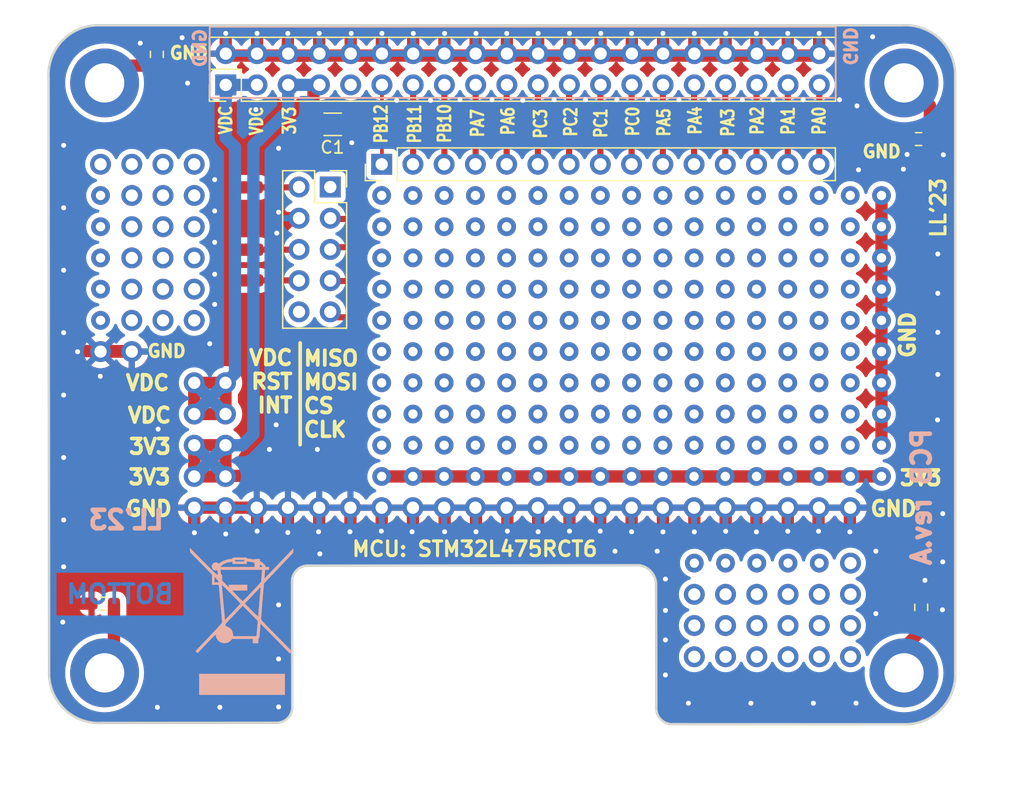
<source format=kicad_pcb>
(kicad_pcb (version 20221018) (generator pcbnew)
  (layers (0 "F.Cu" signal) (31 "B.Cu" signal) (34 "B.Paste" user) (35 "F.Paste" user) (36 "B.SilkS" user "B.Silkscreen") (37 "F.SilkS" user "F.Silkscreen") (38 "B.Mask" user) (39 "F.Mask" user) (44 "Edge.Cuts" user))
  (net 0 "")
  (net 1 "GND")
  (net 2 "+3V3")
  (net 4 "Net-(H3-Pad1)")
  (net 5 "Net-(H4-Pad1)")
  (net 7 "PA0")
  (net 8 "Net-(H5-Pad1)")
  (net 9 "PA6")
  (net 10 "PA7")
  (net 11 "PA4")
  (net 12 "PA5")
  (net 13 "Net-(H6-Pad1)")
  (net 14 "+VDC")
  (net 15 "PA2")
  (net 16 "PA3")
  (net 17 "PA1")
  (net 18 "PC3")
  (net 19 "PC2")
  (net 20 "PC1")
  (net 21 "PC0")
  (net 22 "PB12")
  (net 23 "PB11")
  (net 24 "PB10")
  (net 25 "Net-(J5-Pin_3)")
  (net 26 "Net-(J5-Pin_5)")
  (net 27 "Net-(J10-Pin_1)")
  (net 28 "Net-(J11-Pin_1)")
  (net 29 "Net-(J13-Pin_1)")
  (net 30 "Net-(J14-Pin_1)")
  (net 32 "Net-(J5-Pin_2)")
  (footprint "Resistor_SMD:R_0603_1608Metric_Pad0.98x0.95mm_HandSolder" (layer "F.Cu") (at 137.7 96.625 -90)
    (fp_text reference "R20" hide)
    (fp_text value "0" hide)
  )
  (footprint "Connector_PinHeader_2.54mm:PinHeader_2x05_P2.54mm_Vertical" (layer "F.Cu") (at 78.59 78.355)
    (fp_text reference "J4" hide)
    (fp_text value "Conn_02x05_Odd_Even" hide)
  )
  (footprint "stm32L475daughter:Protopad-grid-4x6" (layer "F.Cu") (at 124.33 105.725)
    (fp_text reference "REF**" hide)
    (fp_text value "Protopad-grid-4x6")
  )
  (footprint "Connector_Wire:SolderWirePad_1x01_SMD_1x2mm" (layer "F.Cu") (at 92.075 73.025 180)
    (fp_text reference "J11" hide)
    (fp_text value "CLK" hide)
  )
  (footprint "Connector_Wire:SolderWirePad_1x01_SMD_1x2mm" (layer "F.Cu") (at 83.2 70.025 90)
    (fp_text reference "J14" hide)
    (fp_text value "INT" hide)
  )
  (footprint "Resistor_SMD:R_0603_1608Metric_Pad0.98x0.95mm_HandSolder" (layer "F.Cu") (at 137.4875 58.525)
    (fp_text reference "R19" hide)
    (fp_text value "0" hide)
  )
  (footprint "Connector_Wire:SolderWirePad_1x01_SMD_1x2mm" (layer "F.Cu") (at 91.5 85.925 90)
    (fp_text reference "J2" hide)
    (fp_text value "3v3-pin" hide)
  )
  (footprint "Connector_PinHeader_2.54mm:PinHeader_1x20_P2.54mm_Vertical" (layer "F.Cu") (at 83.67 88.515 90)
    (fp_text reference "J1" hide)
    (fp_text value "Conn_01x20_Pin" hide)
  )
  (footprint "Connector_PinSocket_2.54mm:PinSocket_2x05_P2.54mm_Vertical" (layer "F.Cu") (at 89.65 62.425)
    (fp_text reference "J5" hide)
    (fp_text value "W5500_ETHERNET" hide)
  )
  (footprint "Resistor_SMD:R_0603_1608Metric_Pad0.98x0.95mm_HandSolder" (layer "F.Cu") (at 75.55 51.6375 -90)
    (fp_text reference "R18" hide)
    (fp_text value "0" hide)
  )
  (footprint "MountingHole:MountingHole_3.2mm_M3_DIN965_Pad_TopBottom" (layer "F.Cu") (at 71.3 101.955)
    (fp_text reference "H3" hide)
    (fp_text value "MountingHole_Pad" hide)
  )
  (footprint "Connector_Wire:SolderWirePad_1x01_SMD_1x2mm" (layer "F.Cu") (at 92.05 70.075 180)
    (fp_text reference "J10" hide)
    (fp_text value "CS")
  )
  (footprint "Connector_PinHeader_2.54mm:PinHeader_1x15_P2.54mm_Vertical" (layer "F.Cu") (at 93.83 60.575 90)
    (fp_text reference "J3" hide)
    (fp_text value "Conn_01x15_Pin" hide)
  )
  (footprint "MountingHole:MountingHole_3.2mm_M3_DIN965_Pad_TopBottom" (layer "F.Cu") (at 136.3 101.955)
    (fp_text reference "H6" hide)
    (fp_text value "MountingHole_Pad" hide)
  )
  (footprint "stm32L475daughter:Protopad-grid-2x20" (layer "F.Cu") (at 144.63 75.815 90)
    (fp_text reference "REF**" hide)
    (fp_text value "Protopad-grid-2x20")
  )
  (footprint "Connector_Wire:SolderWirePad_1x01_SMD_1x2mm" (layer "F.Cu") (at 83.16 62.455 90)
    (fp_text reference "J7" hide)
    (fp_text value "VDC")
  )
  (footprint "stm32L475daughter:Protopad-grid-5x20" (layer "F.Cu") (at 131.93 75.815 90)
    (fp_text reference "REF**" hide)
    (fp_text value "Protopad-grid-5x20" hide)
  )
  (footprint "Capacitor_SMD:C_1206_3216Metric_Pad1.33x1.80mm_HandSolder" (layer "F.Cu") (at 89.85 57.325)
    (fp_text reference "C1")
    (fp_text value "100nF" hide)
  )
  (footprint "stm32L475daughter:Protopad-grid-5x20" (layer "F.Cu") (at 119.23 75.815 90)
    (fp_text reference "REF**" hide)
    (fp_text value "Protopad-grid-5x20" hide)
  )
  (footprint "MountingHole:MountingHole_3.2mm_M3_DIN965_Pad_TopBottom" (layer "F.Cu") (at 71.3 53.955)
    (fp_text reference "H4" hide)
    (fp_text value "MountingHole_Pad" hide)
  )
  (footprint "Connector_Wire:SolderWirePad_1x01_SMD_1x2mm" (layer "F.Cu") (at 92.05 64.575 180)
    (fp_text reference "J8" hide)
    (fp_text value "MISO")
  )
  (footprint "Connector_Wire:SolderWirePad_1x01_SMD_1x2mm" (layer "F.Cu") (at 134.45 61.025 -90)
    (fp_text reference "J6" hide)
    (fp_text value "gndpin" hide)
  )
  (footprint "stm32L475daughter:Protopad-grid-4x6" (layer "F.Cu") (at 83.67 68.195 90)
    (fp_text reference "REF**" hide)
    (fp_text value "Protopad-grid-4x6" hide)
  )
  (footprint "Connector_PinHeader_2.54mm:PinHeader_2x20_P2.54mm_Vertical" (layer "F.Cu") (at 81.15 54.115 90)
    (fp_text reference "J16" hide)
    (fp_text value "Conn_02x20_Odd_Even" hide)
  )
  (footprint "MountingHole:MountingHole_3.2mm_M3_DIN965_Pad_TopBottom" (layer "F.Cu") (at 136.3 53.955)
    (fp_text reference "H5" hide)
    (fp_text value "MountingHole_Pad" hide)
  )
  (footprint "stm32L475daughter:Protopad-grid-5x20" (layer "F.Cu") (at 106.53 75.815 90)
    (fp_text reference "REF**" hide)
    (fp_text value "Protopad-grid-5x20" hide)
  )
  (footprint "Connector_Wire:SolderWirePad_1x01_SMD_1x2mm" (layer "F.Cu") (at 83.2 67.525 90)
    (fp_text reference "J13" hide)
    (fp_text value "RST" hide)
  )
  (footprint "Connector_Wire:SolderWirePad_1x01_SMD_1x2mm" (layer "F.Cu") (at 92.05 67.325 180)
    (fp_text reference "J9" hide)
    (fp_text value "MOSI")
  )
  (footprint "Connector_PinHeader_2.54mm:PinHeader_1x02_P2.54mm_Vertical" (layer "F.Cu") (at 70.97 75.815 90)
    (fp_text reference "J15" hide)
    (fp_text value "Conn_01x02_Pin")
  )
  (footprint "Resistor_SMD:R_0603_1608Metric_Pad0.98x0.95mm_HandSolder" (layer "F.Cu") (at 71.15 96.325)
    (fp_text reference "R17" hide)
    (fp_text value "0" hide)
  )
  (footprint "Symbol:WEEE-Logo_8.4x12mm_SilkScreen" (layer "B.Cu") (at 82.45 97.775 180)
    (fp_text reference "REF**" hide)
    (fp_text value "WEEE-Logo_8.4x12mm_SilkScreen" hide)
  )
  (gr_rect (start 79.85 49.385) (end 130.75 55.175) (stroke (width 0.15)) (fill none) (layer "B.SilkS"))
  (gr_line (start 87.2 75.1125) (end 87.2 83.3875) (stroke (width 0.3)) (layer "F.SilkS"))
  (gr_line (start 116.162814 104.7345) (end 116.14051 94.723706) (stroke (width 0.2)) (layer "Edge.Cuts"))
  (gr_line (start 70.842025 49.266103) (end 136.151966 49.269932) (stroke (width 0.2)) (layer "Edge.Cuts"))
  (gr_arc (start 136.151966 49.269932) (mid 139.2 50.375) (end 140.460863 53.361957) (stroke (width 0.2)) (layer "Edge.Cuts"))
  (gr_arc (start 66.75 53.575) (mid 67.855068 50.526966) (end 70.842025 49.266103) (stroke (width 0.2)) (layer "Edge.Cuts"))
  (gr_line (start 117.55 106.125) (end 136.363043 106.135863) (stroke (width 0.2)) (layer "Edge.Cuts"))
  (gr_line (start 87.740065 93.231293) (end 114.742045 93.195295) (stroke (width 0.2)) (layer "Edge.Cuts"))
  (gr_arc (start 117.55 106.124999) (mid 116.536097 105.749296) (end 116.162814 104.7345) (stroke (width 0.2)) (layer "Edge.Cuts"))
  (gr_line (start 86.561152 104.630397) (end 86.538848 94.619603) (stroke (width 0.2)) (layer "Edge.Cuts"))
  (gr_arc (start 71.098034 106.030068) (mid 68.05 104.925) (end 66.789137 101.938043) (stroke (width 0.2)) (layer "Edge.Cuts"))
  (gr_line (start 140.455068 101.826966) (end 140.460863 53.361957) (stroke (width 0.2)) (layer "Edge.Cuts"))
  (gr_arc (start 86.538848 94.619603) (mid 86.85 93.675) (end 87.740065 93.231293) (stroke (width 0.2)) (layer "Edge.Cuts"))
  (gr_arc (start 114.742045 93.195295) (mid 115.724046 93.700773) (end 116.140509 94.723706) (stroke (width 0.2)) (layer "Edge.Cuts"))
  (gr_line (start 71.098034 106.030068) (end 85.359935 106.018707) (stroke (width 0.2)) (layer "Edge.Cuts"))
  (gr_line (start 66.789137 101.938043) (end 66.75 53.575) (stroke (width 0.2)) (layer "Edge.Cuts"))
  (gr_arc (start 140.455068 101.826966) (mid 139.35 104.875) (end 136.363043 106.135863) (stroke (width 0.2)) (layer "Edge.Cuts"))
  (gr_arc (start 86.561152 104.630397) (mid 86.25 105.575) (end 85.359935 106.018707) (stroke (width 0.2)) (layer "Edge.Cuts"))
  (gr_text "TOP" (at 74.375 57.9) (layer "F.Cu") (effects (font (size 1.5 1.5) (thickness 0.3) bold) (justify left bottom)))
  (gr_text "BOTTOM" (at 72.55 95.55) (layer "B.Cu") (effects (font (size 1.5 1.5) (thickness 0.3)) (justify mirror)))
  (gr_text "GND" (at 79.05 51.125 90) (layer "B.SilkS") (effects (font (size 1 1) (thickness 0.25)) (justify mirror)))
  (gr_text "LL'23" (at 73.05 89.515) (layer "B.SilkS") (effects (font (size 1.5 1.5) (thickness 0.375)) (justify mirror)))
  (gr_text "PCB rev.A" (at 138.6 81.895 90) (layer "B.SilkS") (effects (font (size 1.5 1.5) (thickness 0.375) bold) (justify left bottom mirror)))
  (gr_text "GND" (at 131.9 50.975 -90) (layer "B.SilkS") (effects (font (size 1 1) (thickness 0.25)) (justify mirror)))
  (gr_text "GND" (at 76.35 75.775) (layer "F.SilkS") (effects (font (size 1 1) (thickness 0.25) bold)))
  (gr_text "3V3" (at 74.99 83.545) (layer "F.SilkS") (effects (font (size 1.2 1.2) (thickness 0.3) bold)))
  (gr_text "MCU: STM32L475RCT6" (at 101.4 91.875) (layer "F.SilkS") (effects (font (size 1.2 1.2) (thickness 0.25))))
  (gr_text "PB10" (at 98.94 57.255 90) (layer "F.SilkS") (effects (font (size 1 0.8) (thickness 0.2))))
  (gr_text "PC2" (at 109.21 57.115 90) (layer "F.SilkS") (effects (font (size 1 0.8) (thickness 0.2))))
  (gr_text "PA7" (at 101.63 57.225 90) (layer "F.SilkS") (effects (font (size 1 0.8) (thickness 0.2))))
  (gr_text "PB11" (at 96.51 57.285 90) (layer "F.SilkS") (effects (font (size 1 0.8) (thickness 0.2))))
  (gr_text "PC0" (at 114.25 57.085 90) (layer "F.SilkS") (effects (font (size 1 0.8) (thickness 0.2))))
  (gr_text "3V3" (at 86.33 57.015 90) (layer "F.SilkS") (effects (font (size 1 0.8) (thickness 0.2))))
  (gr_text "3V3" (at 135.81 86.805) (layer "F.SilkS") (effects (font (size 1.2 1.2) (thickness 0.3) bold) (justify left bottom)))
  (gr_text "PA0" (at 129.399541 57.034541 90) (layer "F.SilkS") (effects (font (size 1 0.8) (thickness 0.2))))
  (gr_text "GND" (at 78.15 51.525) (layer "F.SilkS") (effects (font (size 1 1) (thickness 0.25))))
  (gr_text "VDC" (at 83.65 57.05 90) (layer "F.SilkS") (effects (font (size 1 0.8) (thickness 0.2))))
  (gr_text "LL'23" (at 139.09 64.115 90) (layer "F.SilkS") (effects (font (size 1.2 1.2) (thickness 0.25))))
  (gr_text "PA2" (at 124.36 57.025 90) (layer "F.SilkS") (effects (font (size 1 0.8) (thickness 0.2))))
  (gr_text "PA4" (at 119.32 57.015 90) (layer "F.SilkS") (effects (font (size 1 0.8) (thickness 0.2))))
  (gr_text "GND" (at 135.45 88.605) (layer "F.SilkS") (effects (font (size 1.2 1.2) (thickness 0.3) bold)))
  (gr_text "PA3" (at 121.979541 57.174541 90) (layer "F.SilkS") (effects (font (size 1 0.8) (thickness 0.2))))
  (gr_text "GND" (at 132.8 60.125) (layer "F.SilkS") (effects (font (size 1 1) (thickness 0.25) bold) (justify left bottom)))
  (gr_text "PA1" (at 126.879541 57.034541 90) (layer "F.SilkS") (effects (font (size 1 0.8) (thickness 0.2))))
  (gr_text "GND" (at 136.59 74.455 90) (layer "F.SilkS") (effects (font (size 1.2 1.2) (thickness 0.3) bold)))
  (gr_text "PA5" (at 116.779541 57.164541 90) (layer "F.SilkS") (effects (font (size 1 0.8) (thickness 0.2))))
  (gr_text "VDC" (at 74.79 78.365) (layer "F.SilkS") (effects (font (size 1.2 1.2) (thickness 0.3) bold)))
  (gr_text "PB12" (at 93.78 57.285 90) (layer "F.SilkS") (effects (font (size 1 0.8) (thickness 0.2))))
  (gr_text "3V3" (at 74.95 86.025) (layer "F.SilkS") (effects (font (size 1.2 1.2) (thickness 0.3) bold)))
  (gr_text "VDC" (at 74.95 81.005) (layer "F.SilkS") (effects (font (size 1.2 1.2) (thickness 0.3) bold)))
  (gr_text "GND" (at 74.89 88.595) (layer "F.SilkS") (effects (font (size 1.2 1.2) (thickness 0.3) bold)))
  (gr_text "VDC" (at 81.15 56.975 90) (layer "F.SilkS") (effects (font (size 1 0.8) (thickness 0.2))))
  (gr_text "VDC\nRST\nINT" (at 86.725 80.8875) (layer "F.SilkS") (effects (font (size 1.2 1.2) (thickness 0.3) bold) (justify right bottom)))
  (gr_text "MISO\nMOSI\nCS\nCLK" (at 87.35 82.8625) (layer "F.SilkS") (effects (font (size 1.2 1.2) (thickness 0.3) bold) (justify left bottom)))
  (gr_text "PC1" (at 111.65 57.225 90) (layer "F.SilkS") (effects (font (size 1 0.8) (thickness 0.2))))
  (gr_text "PA6" (at 104.1 57.055 90) (layer "F.SilkS") (effects (font (size 1 0.8) (thickness 0.2))))
  (gr_text "PC3" (at 106.75 57.275 90) (layer "F.SilkS") (effects (font (size 1 0.8) (thickness 0.2))))
  (segment (start 93.83 85.975) (end 134.47 85.975) (width 1) (layer "F.Cu") (net 0))
  (segment (start 73.51 75.815) (end 73.47 75.775) (width 1) (layer "F.Cu") (net 1))
  (segment (start 126.85 49.925) (end 126.85 51.715) (width 1) (layer "F.Cu") (net 1))
  (segment (start 136.55 59.775) (end 136.55 58.55) (width 1) (layer "F.Cu") (net 1))
  (segment (start 68.725 96.325) (end 68.6 96.45) (width 1) (layer "F.Cu") (net 1))
  (segment (start 67.9 97.825) (end 67.9 97.15) (width 1) (layer "F.Cu") (net 1))
  (segment (start 124.3 51.705) (end 124.33 51.735) (width 1) (layer "F.Cu") (net 1))
  (segment (start 98.93 51.735) (end 98.93 49.945) (width 1) (layer "F.Cu") (net 1))
  (segment (start 88.75 90.425) (end 88.75 88.565) (width 1) (layer "F.Cu") (net 1))
  (segment (start 78.59 88.515) (end 81.13 88.515) (width 1) (layer "F.Cu") (net 1))
  (segment (start 81.13 88.515) (end 81.13 90.635) (width 1) (layer "F.Cu") (net 1))
  (segment (start 129.35 88.555) (end 129.39 88.515) (width 1) (layer "F.Cu") (net 1))
  (segment (start 83.7 51.725) (end 83.69 51.735) (width 1) (layer "F.Cu") (net 1))
  (segment (start 116.71 51.735) (end 116.71 49.935) (width 1) (layer "F.Cu") (net 1))
  (segment (start 87.75 51.735) (end 85.79 51.735) (width 1) (layer "F.Cu") (net 1))
  (segment (start 129.35 90.435) (end 129.35 88.555) (width 1) (layer "F.Cu") (net 1))
  (segment (start 91.4125 58.8125) (end 91.4 58.825) (width 1) (layer "F.Cu") (net 1))
  (segment (start 88.75 88.565) (end 88.7 88.515) (width 1) (layer "F.Cu") (net 1))
  (segment (start 96.37 88.585) (end 96.3 88.515) (width 1) (layer "F.Cu") (net 1))
  (segment (start 83.7 90.425) (end 83.7 88.435) (width 1) (layer "F.Cu") (net 1))
  (segment (start 131.9 90.485) (end 131.9 88.545) (width 1) (layer "F.Cu") (net 1))
  (segment (start 78.59 88.515) (end 78.59 90.545) (width 1) (layer "F.Cu") (net 1))
  (segment (start 114.17 51.735) (end 114.17 49.945) (width 1) (layer "F.Cu") (net 1))
  (segment (start 96.39 51.735) (end 96.39 49.935) (width 1) (layer "F.Cu") (net 1))
  (segment (start 121.8 51.725) (end 121.79 51.735) (width 1) (layer "F.Cu") (net 1))
  (segment (start 70.2375 96.325) (end 68.725 96.325) (width 1) (layer "F.Cu") (net 1))
  (segment (start 93.85 49.925) (end 93.85 51.735) (width 1) (layer "F.Cu") (net 1))
  (segment (start 88.75 49.925) (end 88.75 51.715) (width 1) (layer "F.Cu") (net 1))
  (segment (start 88.7 90.475) (end 88.75 90.425) (width 1) (layer "F.Cu") (net 1))
  (segment (start 86.51 64.965) (end 85.3 66.175) (width 1) (layer "F.Cu") (net 1))
  (segment (start 109.09 49.935) (end 109.1 49.925) (width 1) (layer "F.Cu") (net 1))
  (segment (start 104.05 90.425) (end 104.05 88.535) (width 1) (layer "F.Cu") (net 1))
  (segment (start 111.6 90.425) (end 111.6 88.545) (width 1) (layer "F.Cu") (net 1))
  (segment (start 78.47125 88.515) (end 78.56125 88.605) (width 1) (layer "F.Cu") (net 1))
  (segment (start 106.55 90.475) (end 106.55 88.515) (width 1) (layer "F.Cu") (net 1))
  (segment (start 101.5 90.475) (end 101.5 88.525) (width 1) (layer "F.Cu") (net 1))
  (segment (start 106.55 51.735) (end 106.55 49.925) (width 1) (layer "F.Cu") (net 1))
  (segment (start 69.15 75.775) (end 69.1 75.825) (width 1) (layer "F.Cu") (net 1))
  (segment (start 96.3 90.475) (end 96.37 90.405) (width 1) (layer "F.Cu") (net 1))
  (segment (start 119.25 51.735) (end 119.25 49.925) (width 1) (layer "F.Cu") (net 1))
  (segment (start 121.8 49.925) (end 121.8 51.725) (width 1) (layer "F.Cu") (net 1))
  (segment (start 109.09 51.735) (end 109.09 49.935) (width 1) (layer "F.Cu") (net 1))
  (segment (start 98.95 90.475) (end 98.95 88.515) (width 1) (layer "F.Cu") (net 1))
  (segment (start 98.93 49.945) (end 98.95 49.925) (width 1) (layer "F.Cu") (net 1))
  (segment (start 129.4 49.925) (end 129.4 51.725) (width 1) (layer "F.Cu") (net 1))
  (segment (start 111.63 51.735) (end 111.63 49.945) (width 1) (layer "F.Cu") (net 1))
  (segment (start 124.3 49.925) (end 124.3 51.705) (width 1) (layer "F.Cu") (net 1))
  (segment (start 86.2 49.925) (end 86.2 51.705) (width 1) (layer "F.Cu") (net 1))
  (segment (start 70.97 75.815) (end 73.51 75.815) (width 1) (layer "F.Cu") (net 1))
  (segment (start 116.7 90.485) (end 116.7 88.525) (width 1) (layer "F.Cu") (net 1))
  (segment (start 85.79 51.735) (end 85.75 51.775) (width 1) (layer "F.Cu") (net 1))
  (segment (start 126.85 51.715) (end 126.87 51.735) (width 1) (layer "F.Cu") (net 1))
  (segment (start 119.25 90.485) (end 119.25 88.535) (width 1) (layer "F.Cu") (net 1))
  (segment (start 75.55 50.725) (end 74.2 50.725) (width 1) (layer "F.Cu") (net 1))
  (segment (start 81.15 51.735) (end 129.41 51.735) (width 1) (layer "F.Cu") (net 1))
  (segment (start 81.13 88.515) (end 83.01 88.515) (width 1) (layer "F.Cu") (net 1))
  (segment (start 114.17 49.945) (end 114.15 49.925) (width 1) (layer "F.Cu") (net 1))
  (segment (start 91.29 90.435) (end 91.29 88.565) (width 1) (layer "F.Cu") (net 1))
  (segment (start 129.4 51.725) (end 129.41 51.735) (width 1) (layer "F.Cu") (net 1))
  (segment (start 126.85 90.435) (end 126.85 88.515) (width 1) (layer "F.Cu") (net 1))
  (segment (start 91.4125 57.325) (end 91.4125 58.8125) (width 1) (layer "F.Cu") (net 1))
  (segment (start 121.8 90.435) (end 121.8 88.545) (width 1) (layer "F.Cu") (net 1))
  (segment (start 96.37 90.405) (end 96.37 88.585) (width 1) (layer "F.Cu") (net 1))
  (segment (start 134.47 83.435) (end 134.47 63.115) (width 1) (layer "F.Cu") (net 1))
  (segment (start 91.29 88.565) (end 91.25 88.525) (width 1) (layer "F.Cu") (net 1))
  (segment (start 96.39 49.935) (end 96.4 49.925) (width 1) (layer "F.Cu") (net 1))
  (segment (start 83.7 49.925) (end 83.7 51.725) (width 1) (layer "F.Cu") (net 1))
  (segment (start 138 94.425) (end 137.7 94.725) (width 1) (layer "F.Cu") (net 1))
  (segment (start 101.47 51.735) (end 101.47 49.955) (width 1) (layer "F.Cu") (net 1))
  (segment (start 78.59 90.545) (end 78.6 90.555) (width 1) (layer "F.Cu") (net 1))
  (segment (start 121.8 88.545) (end 121.77 88.515) (width 1) (layer "F.Cu") (net 1))
  (segment (start 109.1 90.425) (end 109.1 88.505) (width 1) (layer "F.Cu") (net 1))
  (segment (start 93.8 90.425) (end 93.83 90.395) (width 1) (layer "F.Cu") (net 1))
  (segment (start 124.3 88.525) (end 124.31 88.515) (width 1) (layer "F.Cu") (net 1))
  (segment (start 101.47 49.955) (end 101.5 49.925) (width 1) (layer "F.Cu") (net 1))
  (segment (start 136.55 58.55) (end 136.575 58.525) (width 1) (layer "F.Cu") (net 1))
  (segment (start 114.15 90.475) (end 114.15 88.535) (width 1) (layer "F.Cu") (net 1))
  (segment (start 111.63 49.945) (end 111.65 49.925) (width 1) (layer "F.Cu") (net 1))
  (segment (start 86.2 51.705) (end 86.23 51.735) (width 1) (layer "F.Cu") (net 1))
  (segment (start 137.7 94.725) (end 137.7 95.7125) (width 1) (layer "F.Cu") (net 1))
  (segment (start 86.21 90.525) (end 86.21 88.515) (width 1) (layer "F.Cu") (net 1))
  (segment (start 119.25 88.535) (end 119.23 88.515) (width 1) (layer "F.Cu") (net 1))
  (segment (start 67.9 97.15) (end 68.6 96.45) (width 1) (layer "F.Cu") (net 1))
  (segment (start 104.01 49.935) (end 104 49.925) (width 1) (layer "F.Cu") (net 1))
  (segment (start 116.7 88.525) (end 116.69 88.515) (width 1) (layer "F.Cu") (net 1))
  (segment (start 85.94 64.965) (end 87.11 64.965) (width 1) (layer "F.Cu") (net 1))
  (segment (start 81.13 90.635) (end 81.15 90.655) (width 1) (layer "F.Cu") (net 1))
  (segment (start 116.71 49.935) (end 116.7 49.925) (width 1) (layer "F.Cu") (net 1))
  (segment (start 124.3 90.485) (end 124.3 88.525) (width 1) (layer "F.Cu") (net 1))
  (segment (start 81.15 51.735) (end 81.15 49.925) (width 1) (layer "F.Cu") (net 1))
  (segment (start 131.9 88.545) (end 131.93 88.515) (width 1) (layer "F.Cu") (net 1))
  (segment (start 93.83 90.395) (end 93.83 88.565) (width 1) (layer "F.Cu") (net 1))
  (segment (start 88.75 51.715) (end 88.77 51.735) (width 1) (layer "F.Cu") (net 1))
  (segment (start 91.31 51.735) (end 91.31 49.965) (width 1) (layer "F.Cu") (net 1))
  (segment (start 104.01 51.735) (end 104.01 49.935) (width 1) (layer "F.Cu") (net 1))
  (segment (start 83.01 88.515) (end 83.05 88.555) (width 1) (layer "F.Cu") (net 1))
  (segment (start 87.11 64.965) (end 86.51 64.965) (width 1) (layer "F.Cu") (net 1))
  (segment (start 93.83 88.565) (end 93.8 88.535) (width 1) (layer "F.Cu") (net 1))
  (segment (start 85.45 64.475) (end 85.94 64.965) (width 1) (layer "F.Cu") (net 1))
  (segment (start 73.47 75.775) (end 69.15 75.775) (width 1) (layer "F.Cu") (net 1))
  (segment (start 91.31 49.965) (end 91.35 49.925) (width 1) (layer "F.Cu") (net 1))
  (segment (start 91.25 90.475) (end 91.29 90.435) (width 1) (layer "F.Cu") (net 1))
  (segment (start 86.2 90.535) (end 86.21 90.525) (width 1) (layer "F.Cu") (net 1))
  (via (at 109.1 90.425) (size 0.8) (drill 0.4) (layers "F.Cu" "B.Cu") (net 1))
  (via (at 88.8 92.275) (size 0.8) (drill 0.4) (layers "F.Cu" "B.Cu") (net 1))
  (via (at 139.05 77.675) (size 0.8) (drill 0.4) (layers "F.Cu" "B.Cu") (net 1))
  (via (at 109.1 49.925) (size 0.8) (drill 0.4) (layers "F.Cu" "B.Cu") (net 1))
  (via (at 131.05 55.325) (size 0.8) (drill 0.4) (layers "F.Cu" "B.Cu") (net 1))
  (via (at 139.05 74.25) (size 0.8) (drill 0.4) (layers "F.Cu" "B.Cu") (net 1))
  (via (at 139.45 89) (size 0.8) (drill 0.4) (layers "F.Cu" "B.Cu") (net 1))
  (via (at 126.85 90.435) (size 0.8) (drill 0.4) (layers "F.Cu" "B.Cu") (net 1))
  (via (at 91.25 90.475) (size 0.8) (drill 0.4) (layers "F.Cu" "B.Cu") (net 1))
  (via (at 98.95 90.475) (size 0.8) (drill 0.4) (layers "F.Cu" "B.Cu") (net 1))
  (via (at 85.45 104.725) (size 0.8) (drill 0.4) (layers "F.Cu" "B.Cu") (net 1))
  (via (at 83.7 49.925) (size 0.8) (drill 0.4) (layers "F.Cu" "B.Cu") (net 1))
  (via (at 67.97 79.355) (size 0.8) (drill 0.4) (layers "F.Cu" "B.Cu") (net 1))
  (via (at 116.9 102.125) (size 0.8) (drill 0.4) (layers "F.Cu" "B.Cu") (net 1))
  (via (at 67.97 74.275) (size 0.8) (drill 0.4) (layers "F.Cu" "B.Cu") (net 1))
  (via (at 86.2 90.535) (size 0.8) (drill 0.4) (layers "F.Cu" "B.Cu") (net 1))
  (via (at 104 49.925) (size 0.8) (drill 0.4) (layers "F.Cu" "B.Cu") (net 1))
  (via (at 124.3 49.925) (size 0.8) (drill 0.4) (layers "F.Cu" "B.Cu") (net 1))
  (via (at 106.55 49.925) (size 0.8) (drill 0.4) (layers "F.Cu" "B.Cu") (net 1))
  (via (at 136.55 59.775) (size 0.8) (drill 0.4) (layers "F.Cu" "B.Cu") (net 1))
  (via (at 85.25 81.775) (size 0.8) (drill 0.4) (layers "F.Cu" "B.Cu") (net 1))
  (via (at 97.8 55.375) (size 0.8) (drill 0.4) (layers "F.Cu" "B.Cu") (net 1))
  (via (at 139.425 96.825) (size 0.8) (drill 0.4) (layers "F.Cu" "B.Cu") (net 1))
  (via (at 116.7 49.925) (size 0.8) (drill 0.4) (layers "F.Cu" "B.Cu") (net 1))
  (via (at 129.4 49.925) (size 0.8) (drill 0.4) (layers "F.Cu" "B.Cu") (net 1))
  (via (at 134.01 97.135) (size 0.8) (drill 0.4) (layers "F.Cu" "B.Cu") (net 1))
  (via (at 114.15 49.925) (size 0.8) (drill 0.4) (layers "F.Cu" "B.Cu") (net 1))
  (via (at 116.23 92.055) (size 0.8) (drill 0.4) (layers "F.Cu" "B.Cu") (net 1))
  (via (at 85.45 64.475) (size 0.8) (drill 0.4) (layers "F.Cu" "B.Cu") (net 1))
  (via (at 86.2 49.925) (size 0.8) (drill 0.4) (layers "F.Cu" "B.Cu") (net 1))
  (via (at 107.85 55.325) (size 0.8) (drill 0.4) (layers "F.Cu" "B.Cu") (net 1))
  (via (at 81.15 90.655) (size 0.8) (drill 0.4) (layers "F.Cu" "B.Cu") (net 1))
  (via (at 80.25 69.525) (size 0.8) (drill 0.4) (layers "F.Cu" "B.Cu") (net 1))
  (via (at 80.25 61.825) (size 0.8) (drill 0.4) (layers "F.Cu" "B.Cu") (net 1))
  (via (at 91.4 58.825) (size 0.8) (drill 0.4) (layers "F.Cu" "B.Cu") (net 1))
  (via (at 80.25 66.925) (size 0.8) (drill 0.4) (layers "F.Cu" "B.Cu") (net 1))
  (via (at 95.05 55.375) (size 0.8) (drill 0.4) (layers "F.Cu" "B.Cu") (net 1))
  (via (at 78.05 53.975) (size 0.8) (drill 0.4) (layers "F.Cu" "B.Cu") (net 1))
  (via (at 129.35 90.435) (size 0.8) (drill 0.4) (layers "F.Cu" "B.Cu") (net 1))
  (via (at 67.97 64.115) (size 0.8) (drill 0.4) (layers "F.Cu" "B.Cu") (net 1))
  (via (at 132.6 61.025) (size 0.8) (drill 0.4) (layers "F.Cu" "B.Cu") (net 1))
  (via (at 83.6 56.125) (size 0.8) (drill 0.4) (layers "F.Cu" "B.Cu") (net 1))
  (via (at 85.45 96.425) (size 0.8) (drill 0.4) (layers "F.Cu" "B.Cu") (net 1))
  (via (at 85.3 66.175) (size 0.8) (drill 0.4) (layers "F.Cu" "B.Cu") (net 1))
  (via (at 128.93 104.425) (size 0.8) (drill 0.4) (layers "F.Cu" "B.Cu") (net 1))
  (via (at 74.2 50.725) (size 0.8) (drill 0.4) (layers "F.Cu" "B.Cu") (net 1))
  (via (at 101.5 49.925) (size 0.8) (drill 0.4) (layers "F.Cu" "B.Cu") (net 1))
  (via (at 96.3 90.475) (size 0.8) (drill 0.4) (layers "F.Cu" "B.Cu") (net 1))
  (via (at 80.25 64.375) (size 0.8) (drill 0.4) (layers "F.Cu" "B.Cu") (net 1))
  (via (at 126.85 49.925) (size 0.8) (drill 0.4) (layers "F.Cu" "B.Cu") (net 1))
  (via (at 114.15 90.475) (size 0.8) (drill 0.4) (layers "F.Cu" "B.Cu") (net 1))
  (via (at 139.05 67.875) (size 0.8) (drill 0.4) (layers "F.Cu" "B.Cu") (net 1))
  (via (at 139.5 59.8) (size 0.8) (drill 0.4) (layers "F.Cu" "B.Cu") (net 1))
  (via (at 119.25 90.485) (size 0.8) (drill 0.4) (layers "F.Cu" "B.Cu") (net 1))
  (via (at 80.25 71.975) (size 0.8) (drill 0.4) (layers "F.Cu" "B.Cu") (net 1))
  (via (at 85.45 100.825) (size 0.8) (drill 0.4) (layers "F.Cu" "B.Cu") (net 1))
  (via (at 124.3 90.485) (size 0.8) (drill 0.4) (layers "F.Cu" "B.Cu") (net 1))
  (via (at 69.1 75.825) (size 0.8) (drill 0.4) (layers "F.Cu" "B.Cu") (net 1))
  (via (at 120.45 55.325) (size 0.8) (drill 0.4) (layers "F.Cu" "B.Cu") (net 1))
  (via (at 91.35 49.925) (size 0.8) (drill 0.4) (layers "F.Cu" "B.Cu") (net 1))
  (via (at 81.15 49.925) (size 0.8) (drill 0.4) (layers "F.Cu" "B.Cu") (net 1))
  (via (at 88.6 83.775) (size 0.8) (drill 0.4) (layers "F.Cu" "B.Cu") (net 1))
  (via (at 112.8 92.055) (size 0.8) (drill 0.4) (layers "F.Cu" "B.Cu") (net 1))
  (via (at 121.8 90.435) (size 0.8) (drill 0.4) (layers "F.Cu" "B.Cu") (net 1))
  (via (at 118.77 104.425) (size 0.8) (drill 0.4) (layers "F.Cu" "B.Cu") (net 1))
  (via (at 139.45 92.925) (size 0.8) (drill 0.4) (layers "F.Cu" "B.Cu") (net 1))
  (via (at 123.15 55.325) (size 0.8) (drill 0.4) (layers "F.Cu" "B.Cu") (net 1))
  (via (at 98.95 49.925) (size 0.8) (drill 0.4) (layers "F.Cu" "B.Cu") (net 1))
  (via (at 136.25 60.975) (size 0.8) (drill 0.4) (layers "F.Cu" "B.Cu") (net 1))
  (via (at 83.7 90.425) (size 0.8) (drill 0.4) (layers "F.Cu" "B.Cu") (net 1))
  (via (at 131.9 90.485) (size 0.8) (drill 0.4) (layers "F.Cu" "B.Cu") (net 1))
  (via (at 119.25 49.925) (size 0.8) (drill 0.4) (layers "F.Cu" "B.Cu") (net 1))
  (via (at 84.7 83.775) (size 0.8) (drill 0.4) (layers "F.Cu" "B.Cu") (net 1))
  (via (at 118 55.325) (size 0.8) (drill 0.4) (layers "F.Cu" "B.Cu") (net 1))
  (via (at 132.475 55.825) (size 0.8) (drill 0.4) (layers "F.Cu" "B.Cu") (net 1))
  (via (at 70.95 77.825) (size 0.8) (drill 0.4) (layers "F.Cu" "B.Cu") (net 1))
  (via (at 112.95 55.325) (size 0.8) (drill 0.4) (layers "F.Cu" "B.Cu") (net 1))
  (via (at 105.3 55.375) (size 0.8) (drill 0.4) (layers "F.Cu" "B.Cu") (net 1))
  (via (at 93.85 49.925) (size 0.8) (drill 0.4) (layers "F.Cu" "B.Cu") (net 1))
  (via (at 102.8 55.325) (size 0.8) (drill 0.4) (layers "F.Cu" "B.Cu") (net 1))
  (via (at 88.75 49.925) (size 0.8) (drill 0.4) (layers "F.Cu" "B.Cu") (net 1))
  (via (at 110.4 55.325) (size 0.8) (drill 0.4) (layers "F.Cu" "B.Cu") (net 1))
  (via (at 125.65 55.325) (size 0.8) (drill 0.4) (layers "F.Cu" "B.Cu") (net 1))
  (via (at 93.8 90.425) (size 0.8) (drill 0.4) (layers "F.Cu" "B.Cu") (net 1))
  (via (at 78.6 90.555) (size 0.8) (drill 0.4) (layers "F.Cu" "B.Cu") (net 1))
  (via (at 111.65 49.925) (size 0.8) (drill 0.4) (layers "F.Cu" "B.Cu") (net 1))
  (via (at 116.9 99.275) (size 0.8) (drill 0.4) (layers "F.Cu" "B.Cu") (net 1))
  (via (at 139.05 71.075) (size 0.8) (drill 0.4) (layers "F.Cu" "B.Cu") (net 1))
  (via (at 116.9 96.875) (size 0.8) (drill 0.4) (layers "F.Cu" "B.Cu") (net 1))
  (via (at 132.4 104.425) (size 0.8) (drill 0.4) (layers "F.Cu" "B.Cu") (net 1))
  (via (at 96.4 49.925) (size 0.8) (drill 0.4) (layers "F.Cu" "B.Cu") (net 1))
  (via (at 77.6 50.275) (size 0.8) (drill 0.4) (layers "F.Cu" "B.Cu") (net 1))
  (via (at 139.025 81.375) (size 0.8) (drill 0.4) (layers "F.Cu" "B.Cu") (net 1))
  (via (at 85.45 59.275) (size 0.8) (drill 0.4) (layers "F.Cu" "B.Cu") (net 1))
  (via (at 138 94.425) (size 0.8) (drill 0.4) (layers "F.Cu" "B.Cu") (net 1))
  (via (at 88.7 90.475) (size 0.8) (drill 0.4) (layers "F.Cu" "B.Cu") (net 1))
  (via (at 67.97 69.195) (size 0.8) (drill 0.4) (layers "F.Cu" "B.Cu") (net 1))
  (via (at 123.85 104.425) (size 0.8) (drill 0.4) (layers "F.Cu" "B.Cu") (net 1))
  (via (at 121.8 49.925) (size 0.8) (drill 0.4) (layers "F.Cu" "B.Cu") (net 1))
  (via (at 128.1 55.325) (size 0.8) (drill 0.4) (layers "F.Cu" "B.Cu") (net 1))
  (via (at 67.97 84.435) (size 0.8) (drill 0.4) (layers "F.Cu" "B.Cu") (net 1))
  (via (at 133.75 50.2) (size 0.8) (drill 0.4) (layers "F.Cu" "B.Cu") (net 1))
  (via (at 100.2 55.325) (size 0.8) (drill 0.4) (layers "F.Cu" "B.Cu") (net 1))
  (via (at 116.9 94.325) (size 0.8) (drill 0.4) (layers "F.Cu" "B.Cu") (net 1))
  (via (at 116.7 90.485) (size 0.8) (drill 0.4) (layers "F.Cu" "B.Cu") (net 1))
  (via (at 67.9 97.825) (size 0.8) (drill 0.4) (layers "F.Cu" "B.Cu") (net 1))
  (via (at 75.65 82.125) (size 0.8) (drill 0.4) (layers "F.Cu" "B.Cu") (net 1))
  (via (at 67.97 89.515) (size 0.8) (drill 0.4) (layers "F.Cu" "B.Cu") (net 1))
  (via (at 75.59 104.755) (size 0.8) (drill 0.4) (layers "F.Cu" "B.Cu") (net 1))
  (via (at 101.5 90.475) (size 0.8) (drill 0.4) (layers "F.Cu" "B.Cu") (net 1))
  (via (at 111.6 90.425) (size 0.8) (drill 0.4) (layers "F.Cu" "B.Cu") (net 1))
  (via (at 115.45 55.325) (size 0.8) (drill 0.4) (layers "F.Cu" "B.Cu") (net 1))
  (via (at 106.55 90.475) (size 0.8) (drill 0.4) (layers "F.Cu" "B.Cu") (net 1))
  (via (at 79.85 75.175) (size 0.8) (drill 0.4) (layers "F.Cu" "B.Cu") (net 1))
  (via (at 67.97 93.325) (size 0.8) (drill 0.4) (layers "F.Cu" "B.Cu") (net 1))
  (via (at 80.67 104.755) (size 0.8) (drill 0.4) (layers "F.Cu" "B.Cu") (net 1))
  (via (at 104.05 90.425) (size 0.8) (drill 0.4) (layers "F.Cu" "B.Cu") (net 1))
  (via (at 134.01 92.055) (size 0.8) (drill 0.4) (layers "F.Cu" "B.Cu") (net 1))
  (via (at 67.97 59.035) (size 0.8) (drill 0.4) (layers "F.Cu" "B.Cu") (net 1))
  (segment (start 78.59 85.975) (end 81.13 85.975) (width 1) (layer "F.Cu") (net 2))
  (segment (start 78.59 83.435) (end 81.13 83.435) (width 1) (layer "F.Cu") (net 2))
  (segment (start 88.2875 57.325) (end 88.2875 54.5975) (width 1) (layer "F.Cu") (net 2))
  (segment (start 81.13 83.435) (end 81.13 85.975) (width 1) (layer "F.Cu") (net 2))
  (segment (start 78.5725 85.9925) (end 78.59 85.975) (width 1) (layer "F.Cu") (net 2))
  (segment (start 81.13 85.975) (end 81.18 85.925) (width 1) (layer "F.Cu") (net 2))
  (segment (start 78.59 83.435) (end 78.59 85.975) (width 1) (layer "F.Cu") (net 2))
  (segment (start 81.18 85.925) (end 91.5 85.925) (width 1) (layer "F.Cu") (net 2))
  (segment (start 88.2875 54.5975) (end 88.77 54.115) (width 1) (layer "F.Cu") (net 2))
  (segment (start 78.59 85.975) (end 81.13 83.435) (width 1) (layer "B.Cu") (net 2))
  (segment (start 88.77 54.115) (end 86.23 54.115) (width 1) (layer "B.Cu") (net 2))
  (segment (start 78.59 83.435) (end 81.13 85.975) (width 1) (layer "B.Cu") (net 2))
  (segment (start 83.4 82.525) (end 82.49 83.435) (width 1) (layer "B.Cu") (net 2))
  (segment (start 86.23 56.195) (end 83.4 59.025) (width 1) (layer "B.Cu") (net 2))
  (segment (start 86.23 54.115) (end 86.23 56.195) (width 1) (layer "B.Cu") (net 2))
  (segment (start 83.4 59.025) (end 83.4 82.525) (width 1) (layer "B.Cu") (net 2))
  (segment (start 82.49 83.435) (end 81.13 83.435) (width 1) (layer "B.Cu") (net 2))
  (segment (start 72.0625 96.325) (end 72.0625 101.1925) (width 1) (layer "F.Cu") (net 4))
  (segment (start 72.0625 101.1925) (end 71.3 101.955) (width 1) (layer "F.Cu") (net 4))
  (segment (start 72.555 52.55) (end 71.15 53.955) (width 1) (layer "F.Cu") (net 5))
  (segment (start 75.55 52.55) (end 72.555 52.55) (width 1) (layer "F.Cu") (net 5))
  (segment (start 129.41 60.555) (end 129.39 60.575) (width 0.5) (layer "F.Cu") (net 7))
  (segment (start 129.41 54.115) (end 129.41 60.555) (width 0.5) (layer "F.Cu") (net 7))
  (segment (start 138.4 55.805) (end 136.55 53.955) (width 1) (layer "F.Cu") (net 8))
  (segment (start 138.4 58.525) (end 138.4 55.805) (width 1) (layer "F.Cu") (net 8))
  (segment (start 103.99 60.575) (end 103.99 54.135) (width 0.5) (layer "F.Cu") (net 9))
  (segment (start 103.99 54.135) (end 104.01 54.115) (width 0.5) (layer "F.Cu") (net 9))
  (segment (start 101.47 60.555) (end 101.45 60.575) (width 0.5) (layer "F.Cu") (net 10))
  (segment (start 101.47 54.115) (end 101.47 60.555) (width 0.5) (layer "F.Cu") (net 10))
  (segment (start 119.23 54.135) (end 119.25 54.115) (width 0.5) (layer "F.Cu") (net 11))
  (segment (start 119.23 60.575) (end 119.23 54.135) (width 0.5) (layer "F.Cu") (net 11))
  (segment (start 116.69 54.135) (end 116.71 54.115) (width 0.5) (layer "F.Cu") (net 12))
  (segment (start 116.69 60.575) (end 116.69 54.135) (width 0.5) (layer "F.Cu") (net 12))
  (segment (start 137.7 98.5) (end 136.15 100.05) (width 1) (layer "F.Cu") (net 13))
  (segment (start 137.7 97.5375) (end 137.7 98.5) (width 1) (layer "F.Cu") (net 13))
  (segment (start 78.59 78.355) (end 81.13 78.355) (width 1) (layer "F.Cu") (net 14))
  (segment (start 81.13 78.355) (end 81.13 80.895) (width 1) (layer "F.Cu") (net 14))
  (segment (start 78.59 78.355) (end 78.59 80.895) (width 1) (layer "F.Cu") (net 14))
  (segment (start 81.15 54.115) (end 81.55 54.515) (width 1) (layer "F.Cu") (net 14))
  (segment (start 78.59 80.895) (end 81.13 80.895) (width 1) (layer "F.Cu") (net 14))
  (segment (start 81.15 58.425) (end 81.9 59.175) (width 1) (layer "B.Cu") (net 14))
  (segment (start 78.59 80.895) (end 81.13 78.355) (width 1) (layer "B.Cu") (net 14))
  (segment (start 81.15 54.115) (end 81.15 58.425) (width 1) (layer "B.Cu") (net 14))
  (segment (start 81.9 59.175) (end 81.9 77.585) (width 1) (layer "B.Cu") (net 14))
  (segment (start 81.9 77.585) (end 81.13 78.355) (width 1) (layer "B.Cu") (net 14))
  (segment (start 81.13 80.895) (end 78.59 78.355) (width 1) (layer "B.Cu") (net 14))
  (segment (start 83.69 54.115) (end 81.15 54.115) (width 1) (layer "B.Cu") (net 14))
  (segment (start 124.31 60.575) (end 124.31 54.135) (width 0.5) (layer "F.Cu") (net 15))
  (segment (start 124.31 54.135) (end 124.33 54.115) (width 0.5) (layer "F.Cu") (net 15))
  (segment (start 121.77 54.135) (end 121.79 54.115) (width 0.5) (layer "F.Cu") (net 16))
  (segment (start 121.77 60.575) (end 121.77 54.135) (width 0.5) (layer "F.Cu") (net 16))
  (segment (start 126.85 60.575) (end 126.85 54.135) (width 0.5) (layer "F.Cu") (net 17))
  (segment (start 126.85 54.135) (end 126.87 54.115) (width 0.5) (layer "F.Cu") (net 17))
  (segment (start 106.53 54.135) (end 106.55 54.115) (width 0.5) (layer "F.Cu") (net 18))
  (segment (start 106.53 60.575) (end 106.53 54.135) (width 0.5) (layer "F.Cu") (net 18))
  (segment (start 109.07 54.135) (end 109.09 54.115) (width 0.5) (layer "F.Cu") (net 19))
  (segment (start 109.07 60.575) (end 109.07 54.135) (width 0.5) (layer "F.Cu") (net 19))
  (segment (start 111.61 60.575) (end 111.61 54.135) (width 0.5) (layer "F.Cu") (net 20))
  (segment (start 111.61 54.135) (end 111.63 54.115) (width 0.5) (layer "F.Cu") (net 20))
  (segment (start 114.15 60.575) (end 114.15 54.135) (width 0.5) (layer "F.Cu") (net 21))
  (segment (start 114.15 54.135) (end 114.17 54.115) (width 0.5) (layer "F.Cu") (net 21))
  (segment (start 93.85 54.115) (end 93.85 60.555) (width 0.3) (layer "F.Cu") (net 22))
  (segment (start 93.85 60.555) (end 93.83 60.575) (width 0.3) (layer "F.Cu") (net 22))
  (segment (start 93.85 54.115) (end 93.5 54.465) (width 0.3) (layer "B.Cu") (net 22))
  (segment (start 96.39 54.115) (end 96.39 60.555) (width 0.5) (layer "F.Cu") (net 23))
  (segment (start 96.39 60.555) (end 96.37 60.575) (width 0.5) (layer "F.Cu") (net 23))
  (segment (start 98.93 60.555) (end 98.91 60.575) (width 0.5) (layer "F.Cu") (net 24))
  (segment (start 98.93 54.115) (end 98.93 60.555) (width 0.5) (layer "F.Cu") (net 24))
  (segment (start 92.05 64.575) (end 91.6 65.025) (width 0.5) (layer "F.Cu") (net 25))
  (segment (start 91.6 65.025) (end 89.71 65.025) (width 0.5) (layer "F.Cu") (net 25))
  (segment (start 89.71 65.025) (end 89.65 64.965) (width 0.5) (layer "F.Cu") (net 25))
  (segment (start 92.05 67.325) (end 89.83 67.325) (width 0.5) (layer "F.Cu") (net 26))
  (segment (start 89.83 67.325) (end 89.65 67.505) (width 0.5) (layer "F.Cu") (net 26))
  (segment (start 92.05 70.075) (end 89.68 70.075) (width 0.5) (layer "F.Cu") (net 27))
  (segment (start 89.68 70.075) (end 89.65 70.045) (width 0.5) (layer "F.Cu") (net 27))
  (segment (start 92.075 73.025) (end 90.09 73.025) (width 0.5) (layer "F.Cu") (net 28))
  (segment (start 90.09 73.025) (end 89.65 72.585) (width 0.5) (layer "F.Cu") (net 28))
  (segment (start 87.09 67.525) (end 87.11 67.505) (width 0.5) (layer "F.Cu") (net 29))
  (segment (start 86.99 67.625) (end 87.11 67.505) (width 0.3) (layer "F.Cu") (net 29))
  (segment (start 83.2 67.525) (end 87.09 67.525) (width 0.5) (layer "F.Cu") (net 29))
  (segment (start 87.09 70.025) (end 87.11 70.045) (width 0.5) (layer "F.Cu") (net 30))
  (segment (start 83.2 70.025) (end 87.09 70.025) (width 0.5) (layer "F.Cu") (net 30))
  (segment (start 83.16 62.455) (end 87.08 62.455) (width 0.5) (layer "F.Cu") (net 32))
  (segment (start 87.08 62.455) (end 87.11 62.425) (width 0.5) (layer "F.Cu") (net 32))
  (zone (net 1) (net_name "GND") (layer "F.Cu") (connect_pads (clearance 0.508)) (min_thickness 0.254) (fill yes (thermal_gap 0.508) (thermal_bridge_width 0.508))
    (polygon (pts (xy 145.469645 106.334861) (xy 62.795379 108.0184) (xy 65.2 49) (xy 144.974266 47.966461)))
  )
  (zone (net 1) (net_name "GND") (layer "B.Cu") (connect_pads (clearance 0)) (min_thickness 0.254) (fill yes (thermal_gap 0.508) (thermal_bridge_width 0.508))
    (polygon (pts (xy 145.930816 107.230799) (xy 63.070816 108.620799) (xy 64.45 47.75) (xy 146.06 47.21)))
  )
)
</source>
